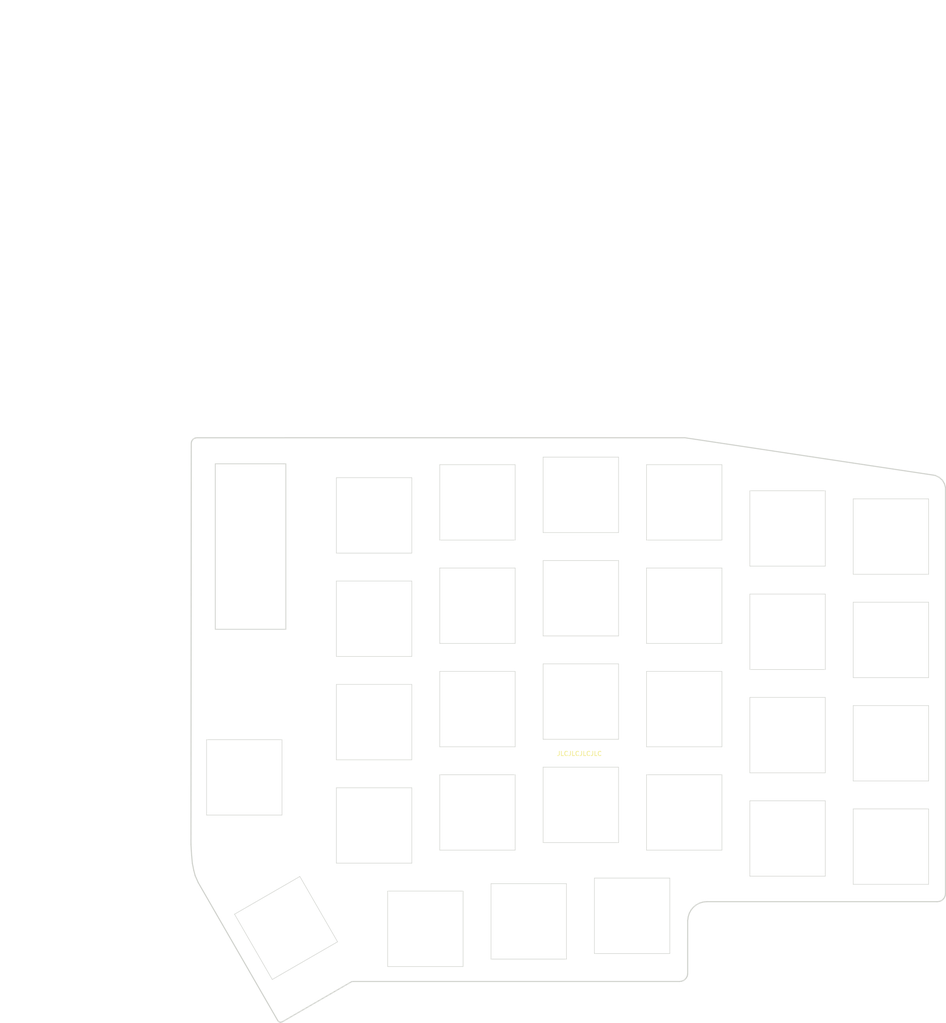
<source format=kicad_pcb>
(kicad_pcb (version 20221018) (generator pcbnew)
  (title_block (title "Lotus 58 Glow MX") (date "2020-12-12") (rev "0.95") (company "Markus Knutsson <markus.knutsson@tweety.se>") (comment 1 "https://github.com/TweetyDaBird") (comment 2 "Licensed under CERN-OHL-S v2 or any superseding version"))
  (layers (0 "F.Cu" signal) (31 "B.Cu" signal) (34 "B.Paste" user) (35 "F.Paste" user) (36 "B.SilkS" user "B.Silkscreen") (37 "F.SilkS" user "F.Silkscreen") (38 "B.Mask" user) (39 "F.Mask" user) (44 "Edge.Cuts" user))
  (net 0 "")
  (footprint "Keyboard_Plate:SW_MX_Plate_Placeholder_nodrill_NOBORDER_13,9" (layer "F.Cu") (at 133.45 47.6)
    (fp_text reference "SW2" hide)
    (fp_text value "SW_PUSH" hide)
    (fp_line (start -6.95 -6.95) (end -6.95 6.95) (stroke (width 0.1)) (layer "Edge.Cuts"))
    (fp_line (start -6.95 6.95) (end 6.95 6.95) (stroke (width 0.1)) (layer "Edge.Cuts"))
    (fp_line (start 6.95 -6.95) (end -6.95 -6.95) (stroke (width 0.1)) (layer "Edge.Cuts"))
    (fp_line (start 6.95 6.95) (end 6.95 -6.95) (stroke (width 0.1)) (layer "Edge.Cuts"))
  )
  (footprint "Keyboard_Plate:SW_MX_Plate_Placeholder_nodrill_NOBORDER_13,9" (layer "F.Cu") (at 152.5 46.21)
    (fp_text reference "SW3" hide)
    (fp_text value "SW_PUSH" hide)
    (fp_line (start -6.95 -6.95) (end -6.95 6.95) (stroke (width 0.1)) (layer "Edge.Cuts"))
    (fp_line (start -6.95 6.95) (end 6.95 6.95) (stroke (width 0.1)) (layer "Edge.Cuts"))
    (fp_line (start 6.95 -6.95) (end -6.95 -6.95) (stroke (width 0.1)) (layer "Edge.Cuts"))
    (fp_line (start 6.95 6.95) (end 6.95 -6.95) (stroke (width 0.1)) (layer "Edge.Cuts"))
  )
  (footprint "Keyboard_Plate:SW_MX_Plate_Placeholder_nodrill_NOBORDER_13,9" (layer "F.Cu") (at 171.55 47.6)
    (fp_text reference "SW4" hide)
    (fp_text value "SW_PUSH" hide)
    (fp_line (start -6.95 -6.95) (end -6.95 6.95) (stroke (width 0.1)) (layer "Edge.Cuts"))
    (fp_line (start -6.95 6.95) (end 6.95 6.95) (stroke (width 0.1)) (layer "Edge.Cuts"))
    (fp_line (start 6.95 -6.95) (end -6.95 -6.95) (stroke (width 0.1)) (layer "Edge.Cuts"))
    (fp_line (start 6.95 6.95) (end 6.95 -6.95) (stroke (width 0.1)) (layer "Edge.Cuts"))
  )
  (footprint "Keyboard_Plate:SW_MX_Plate_Placeholder_nodrill_NOBORDER_13,9" (layer "F.Cu") (at 209.65 53.9)
    (fp_text reference "SW6" hide)
    (fp_text value "SW_PUSH" hide)
    (fp_line (start -6.95 -6.95) (end -6.95 6.95) (stroke (width 0.1)) (layer "Edge.Cuts"))
    (fp_line (start -6.95 6.95) (end 6.95 6.95) (stroke (width 0.1)) (layer "Edge.Cuts"))
    (fp_line (start 6.95 -6.95) (end -6.95 -6.95) (stroke (width 0.1)) (layer "Edge.Cuts"))
    (fp_line (start 6.95 6.95) (end 6.95 -6.95) (stroke (width 0.1)) (layer "Edge.Cuts"))
  )
  (footprint "Keyboard_Plate:SW_MX_Plate_Placeholder_nodrill_NOBORDER_13,9" (layer "F.Cu") (at 114.4 69.05)
    (fp_text reference "SW7" hide)
    (fp_text value "SW_PUSH" hide)
    (fp_line (start -6.95 -6.95) (end -6.95 6.95) (stroke (width 0.1)) (layer "Edge.Cuts"))
    (fp_line (start -6.95 6.95) (end 6.95 6.95) (stroke (width 0.1)) (layer "Edge.Cuts"))
    (fp_line (start 6.95 -6.95) (end -6.95 -6.95) (stroke (width 0.1)) (layer "Edge.Cuts"))
    (fp_line (start 6.95 6.95) (end 6.95 -6.95) (stroke (width 0.1)) (layer "Edge.Cuts"))
  )
  (footprint "Keyboard_Plate:SW_MX_Plate_Placeholder_nodrill_NOBORDER_13,9" (layer "F.Cu") (at 152.5 65.26)
    (fp_text reference "SW9" hide)
    (fp_text value "SW_PUSH" hide)
    (fp_line (start -6.95 -6.95) (end -6.95 6.95) (stroke (width 0.1)) (layer "Edge.Cuts"))
    (fp_line (start -6.95 6.95) (end 6.95 6.95) (stroke (width 0.1)) (layer "Edge.Cuts"))
    (fp_line (start 6.95 -6.95) (end -6.95 -6.95) (stroke (width 0.1)) (layer "Edge.Cuts"))
    (fp_line (start 6.95 6.95) (end 6.95 -6.95) (stroke (width 0.1)) (layer "Edge.Cuts"))
  )
  (footprint "Keyboard_Plate:SW_MX_Plate_Placeholder_nodrill_NOBORDER_13,9" (layer "F.Cu") (at 171.55 66.65)
    (fp_text reference "SW10" hide)
    (fp_text value "SW_PUSH" hide)
    (fp_line (start -6.95 -6.95) (end -6.95 6.95) (stroke (width 0.1)) (layer "Edge.Cuts"))
    (fp_line (start -6.95 6.95) (end 6.95 6.95) (stroke (width 0.1)) (layer "Edge.Cuts"))
    (fp_line (start 6.95 -6.95) (end -6.95 -6.95) (stroke (width 0.1)) (layer "Edge.Cuts"))
    (fp_line (start 6.95 6.95) (end 6.95 -6.95) (stroke (width 0.1)) (layer "Edge.Cuts"))
  )
  (footprint "Keyboard_Plate:SW_MX_Plate_Placeholder_nodrill_NOBORDER_13,9" (layer "F.Cu") (at 190.6 71.45)
    (fp_text reference "SW11" hide)
    (fp_text value "SW_PUSH" hide)
    (fp_line (start -6.95 -6.95) (end -6.95 6.95) (stroke (width 0.1)) (layer "Edge.Cuts"))
    (fp_line (start -6.95 6.95) (end 6.95 6.95) (stroke (width 0.1)) (layer "Edge.Cuts"))
    (fp_line (start 6.95 -6.95) (end -6.95 -6.95) (stroke (width 0.1)) (layer "Edge.Cuts"))
    (fp_line (start 6.95 6.95) (end 6.95 -6.95) (stroke (width 0.1)) (layer "Edge.Cuts"))
  )
  (footprint "Keyboard_Plate:SW_MX_Plate_Placeholder_nodrill_NOBORDER_13,9" (layer "F.Cu") (at 209.65 72.95)
    (fp_text reference "SW12" hide)
    (fp_text value "SW_PUSH" hide)
    (fp_line (start -6.95 -6.95) (end -6.95 6.95) (stroke (width 0.1)) (layer "Edge.Cuts"))
    (fp_line (start -6.95 6.95) (end 6.95 6.95) (stroke (width 0.1)) (layer "Edge.Cuts"))
    (fp_line (start 6.95 -6.95) (end -6.95 -6.95) (stroke (width 0.1)) (layer "Edge.Cuts"))
    (fp_line (start 6.95 6.95) (end 6.95 -6.95) (stroke (width 0.1)) (layer "Edge.Cuts"))
  )
  (footprint "Keyboard_Plate:SW_MX_Plate_Placeholder_nodrill_NOBORDER_13,9" (layer "F.Cu") (at 114.4 88.1)
    (fp_text reference "SW13" hide)
    (fp_text value "SW_PUSH" hide)
    (fp_line (start -6.95 -6.95) (end -6.95 6.95) (stroke (width 0.1)) (layer "Edge.Cuts"))
    (fp_line (start -6.95 6.95) (end 6.95 6.95) (stroke (width 0.1)) (layer "Edge.Cuts"))
    (fp_line (start 6.95 -6.95) (end -6.95 -6.95) (stroke (width 0.1)) (layer "Edge.Cuts"))
    (fp_line (start 6.95 6.95) (end 6.95 -6.95) (stroke (width 0.1)) (layer "Edge.Cuts"))
  )
  (footprint "Keyboard_Plate:SW_MX_Plate_Placeholder_nodrill_NOBORDER_13,9" (layer "F.Cu") (at 133.45 85.7)
    (fp_text reference "SW14" hide)
    (fp_text value "SW_PUSH" hide)
    (fp_line (start -6.95 -6.95) (end -6.95 6.95) (stroke (width 0.1)) (layer "Edge.Cuts"))
    (fp_line (start -6.95 6.95) (end 6.95 6.95) (stroke (width 0.1)) (layer "Edge.Cuts"))
    (fp_line (start 6.95 -6.95) (end -6.95 -6.95) (stroke (width 0.1)) (layer "Edge.Cuts"))
    (fp_line (start 6.95 6.95) (end 6.95 -6.95) (stroke (width 0.1)) (layer "Edge.Cuts"))
  )
  (footprint "Keyboard_Plate:SW_MX_Plate_Placeholder_nodrill_NOBORDER_13,9" (layer "F.Cu") (at 152.5 84.31)
    (fp_text reference "SW15" hide)
    (fp_text value "SW_PUSH" hide)
    (fp_line (start -6.95 -6.95) (end -6.95 6.95) (stroke (width 0.1)) (layer "Edge.Cuts"))
    (fp_line (start -6.95 6.95) (end 6.95 6.95) (stroke (width 0.1)) (layer "Edge.Cuts"))
    (fp_line (start 6.95 -6.95) (end -6.95 -6.95) (stroke (width 0.1)) (layer "Edge.Cuts"))
    (fp_line (start 6.95 6.95) (end 6.95 -6.95) (stroke (width 0.1)) (layer "Edge.Cuts"))
  )
  (footprint "Keyboard_Plate:SW_MX_Plate_Placeholder_nodrill_NOBORDER_13,9" (layer "F.Cu") (at 190.6 90.5)
    (fp_text reference "SW17" hide)
    (fp_text value "SW_PUSH" hide)
    (fp_line (start -6.95 -6.95) (end -6.95 6.95) (stroke (width 0.1)) (layer "Edge.Cuts"))
    (fp_line (start -6.95 6.95) (end 6.95 6.95) (stroke (width 0.1)) (layer "Edge.Cuts"))
    (fp_line (start 6.95 -6.95) (end -6.95 -6.95) (stroke (width 0.1)) (layer "Edge.Cuts"))
    (fp_line (start 6.95 6.95) (end 6.95 -6.95) (stroke (width 0.1)) (layer "Edge.Cuts"))
  )
  (footprint "Keyboard_Plate:SW_MX_Plate_Placeholder_nodrill_NOBORDER_13,9" (layer "F.Cu") (at 209.65 92)
    (fp_text reference "SW18" hide)
    (fp_text value "SW_PUSH" hide)
    (fp_line (start -6.95 -6.95) (end -6.95 6.95) (stroke (width 0.1)) (layer "Edge.Cuts"))
    (fp_line (start -6.95 6.95) (end 6.95 6.95) (stroke (width 0.1)) (layer "Edge.Cuts"))
    (fp_line (start 6.95 -6.95) (end -6.95 -6.95) (stroke (width 0.1)) (layer "Edge.Cuts"))
    (fp_line (start 6.95 6.95) (end 6.95 -6.95) (stroke (width 0.1)) (layer "Edge.Cuts"))
  )
  (footprint "Keyboard_Plate:SW_MX_Plate_Placeholder_nodrill_NOBORDER_13,9" (layer "F.Cu") (at 114.4 107.15)
    (fp_text reference "SW19" hide)
    (fp_text value "SW_PUSH" hide)
    (fp_line (start -6.95 -6.95) (end -6.95 6.95) (stroke (width 0.1)) (layer "Edge.Cuts"))
    (fp_line (start -6.95 6.95) (end 6.95 6.95) (stroke (width 0.1)) (layer "Edge.Cuts"))
    (fp_line (start 6.95 -6.95) (end -6.95 -6.95) (stroke (width 0.1)) (layer "Edge.Cuts"))
    (fp_line (start 6.95 6.95) (end 6.95 -6.95) (stroke (width 0.1)) (layer "Edge.Cuts"))
  )
  (footprint "Keyboard_Plate:SW_MX_Plate_Placeholder_nodrill_NOBORDER_13,9" (layer "F.Cu") (at 133.45 104.75)
    (fp_text reference "SW20" hide)
    (fp_text value "SW_PUSH" hide)
    (fp_line (start -6.95 -6.95) (end -6.95 6.95) (stroke (width 0.1)) (layer "Edge.Cuts"))
    (fp_line (start -6.95 6.95) (end 6.95 6.95) (stroke (width 0.1)) (layer "Edge.Cuts"))
    (fp_line (start 6.95 -6.95) (end -6.95 -6.95) (stroke (width 0.1)) (layer "Edge.Cuts"))
    (fp_line (start 6.95 6.95) (end 6.95 -6.95) (stroke (width 0.1)) (layer "Edge.Cuts"))
  )
  (footprint "Keyboard_Plate:SW_MX_Plate_Placeholder_nodrill_NOBORDER_13,9" (layer "F.Cu") (at 152.5 103.36)
    (fp_text reference "SW21" hide)
    (fp_text value "SW_PUSH" hide)
    (fp_line (start -6.95 -6.95) (end -6.95 6.95) (stroke (width 0.1)) (layer "Edge.Cuts"))
    (fp_line (start -6.95 6.95) (end 6.95 6.95) (stroke (width 0.1)) (layer "Edge.Cuts"))
    (fp_line (start 6.95 -6.95) (end -6.95 -6.95) (stroke (width 0.1)) (layer "Edge.Cuts"))
    (fp_line (start 6.95 6.95) (end 6.95 -6.95) (stroke (width 0.1)) (layer "Edge.Cuts"))
  )
  (footprint "Keyboard_Plate:SW_MX_Plate_Placeholder_nodrill_NOBORDER_13,9" (layer "F.Cu") (at 171.55 104.75)
    (fp_text reference "SW22" hide)
    (fp_text value "SW_PUSH" hide)
    (fp_line (start -6.95 -6.95) (end -6.95 6.95) (stroke (width 0.1)) (layer "Edge.Cuts"))
    (fp_line (start -6.95 6.95) (end 6.95 6.95) (stroke (width 0.1)) (layer "Edge.Cuts"))
    (fp_line (start 6.95 -6.95) (end -6.95 -6.95) (stroke (width 0.1)) (layer "Edge.Cuts"))
    (fp_line (start 6.95 6.95) (end 6.95 -6.95) (stroke (width 0.1)) (layer "Edge.Cuts"))
  )
  (footprint "Keyboard_Plate:SW_MX_Plate_Placeholder_nodrill_NOBORDER_13,9" (layer "F.Cu") (at 190.6 109.55)
    (fp_text reference "SW23" hide)
    (fp_text value "SW_PUSH" hide)
    (fp_line (start -6.95 -6.95) (end -6.95 6.95) (stroke (width 0.1)) (layer "Edge.Cuts"))
    (fp_line (start -6.95 6.95) (end 6.95 6.95) (stroke (width 0.1)) (layer "Edge.Cuts"))
    (fp_line (start 6.95 -6.95) (end -6.95 -6.95) (stroke (width 0.1)) (layer "Edge.Cuts"))
    (fp_line (start 6.95 6.95) (end 6.95 -6.95) (stroke (width 0.1)) (layer "Edge.Cuts"))
  )
  (footprint "Keyboard_Plate:SW_MX_Plate_Placeholder_nodrill_NOBORDER_13,9" (layer "F.Cu") (at 123.85 126.2)
    (fp_text reference "SW27" hide)
    (fp_text value "SW_PUSH" hide)
    (fp_line (start -6.95 -6.95) (end -6.95 6.95) (stroke (width 0.1)) (layer "Edge.Cuts"))
    (fp_line (start -6.95 6.95) (end 6.95 6.95) (stroke (width 0.1)) (layer "Edge.Cuts"))
    (fp_line (start 6.95 -6.95) (end -6.95 -6.95) (stroke (width 0.1)) (layer "Edge.Cuts"))
    (fp_line (start 6.95 6.95) (end 6.95 -6.95) (stroke (width 0.1)) (layer "Edge.Cuts"))
  )
  (footprint "Keyboard_Plate:SW_MX_Plate_Placeholder_nodrill_NOBORDER_13,9" (layer "F.Cu") (at 142.8977 124.8283)
    (fp_text reference "SW28" hide)
    (fp_text value "SW_PUSH" hide)
    (fp_line (start -6.95 -6.95) (end -6.95 6.95) (stroke (width 0.1)) (layer "Edge.Cuts"))
    (fp_line (start -6.95 6.95) (end 6.95 6.95) (stroke (width 0.1)) (layer "Edge.Cuts"))
    (fp_line (start 6.95 -6.95) (end -6.95 -6.95) (stroke (width 0.1)) (layer "Edge.Cuts"))
    (fp_line (start 6.95 6.95) (end 6.95 -6.95) (stroke (width 0.1)) (layer "Edge.Cuts"))
  )
  (footprint "Keyboard_Plate:SW_MX_Plate_Placeholder_nodrill_NOBORDER_13,9" (layer "F.Cu") (at 161.95 123.8)
    (fp_text reference "SW29" hide)
    (fp_text value "SW_PUSH" hide)
    (fp_line (start -6.95 -6.95) (end -6.95 6.95) (stroke (width 0.1)) (layer "Edge.Cuts"))
    (fp_line (start -6.95 6.95) (end 6.95 6.95) (stroke (width 0.1)) (layer "Edge.Cuts"))
    (fp_line (start 6.95 -6.95) (end -6.95 -6.95) (stroke (width 0.1)) (layer "Edge.Cuts"))
    (fp_line (start 6.95 6.95) (end 6.95 -6.95) (stroke (width 0.1)) (layer "Edge.Cuts"))
  )
  (footprint "Keyboard_Plate:SW_MX_Plate_Placeholder_nodrill_NOBORDER_13,9" (layer "F.Cu") (at 114.4 50)
    (fp_text reference "SW1" hide)
    (fp_text value "SW_PUSH" hide)
    (fp_line (start -6.95 -6.95) (end -6.95 6.95) (stroke (width 0.1)) (layer "Edge.Cuts"))
    (fp_line (start -6.95 6.95) (end 6.95 6.95) (stroke (width 0.1)) (layer "Edge.Cuts"))
    (fp_line (start 6.95 -6.95) (end -6.95 -6.95) (stroke (width 0.1)) (layer "Edge.Cuts"))
    (fp_line (start 6.95 6.95) (end 6.95 -6.95) (stroke (width 0.1)) (layer "Edge.Cuts"))
  )
  (footprint "Keyboard_Plate:SW_MX_Plate_Placeholder_nodrill_NOBORDER_13,9" (layer "F.Cu") (at 90.4748 98.2853)
    (fp_text reference "SW25" hide)
    (fp_text value "SW_PUSH" hide)
    (fp_line (start -6.95 -6.95) (end -6.95 6.95) (stroke (width 0.1)) (layer "Edge.Cuts"))
    (fp_line (start -6.95 6.95) (end 6.95 6.95) (stroke (width 0.1)) (layer "Edge.Cuts"))
    (fp_line (start 6.95 -6.95) (end -6.95 -6.95) (stroke (width 0.1)) (layer "Edge.Cuts"))
    (fp_line (start 6.95 6.95) (end 6.95 -6.95) (stroke (width 0.1)) (layer "Edge.Cuts"))
  )
  (footprint "Keyboard_Plate:SW_MX_Plate_Placeholder_nodrill_NOBORDER_13,9" (layer "F.Cu") (at 209.65 111.05)
    (fp_text reference "SW24" hide)
    (fp_text value "SW_PUSH" hide)
    (fp_line (start -6.95 -6.95) (end -6.95 6.95) (stroke (width 0.1)) (layer "Edge.Cuts"))
    (fp_line (start -6.95 6.95) (end 6.95 6.95) (stroke (width 0.1)) (layer "Edge.Cuts"))
    (fp_line (start 6.95 -6.95) (end -6.95 -6.95) (stroke (width 0.1)) (layer "Edge.Cuts"))
    (fp_line (start 6.95 6.95) (end 6.95 -6.95) (stroke (width 0.1)) (layer "Edge.Cuts"))
  )
  (footprint "Keyboard_Plate:SW_MX_Plate_Placeholder_nodrill_NOBORDER_13,9" (layer "F.Cu") (at 98.171 126.0475 -60)
    (fp_text reference "SW26" hide)
    (fp_text value "SW_PUSH" hide)
    (fp_line (start -6.95 -6.95) (end -6.95 6.95) (stroke (width 0.1)) (layer "Edge.Cuts"))
    (fp_line (start -6.95 6.95) (end 6.95 6.95) (stroke (width 0.1)) (layer "Edge.Cuts"))
    (fp_line (start 6.95 -6.95) (end -6.95 -6.95) (stroke (width 0.1)) (layer "Edge.Cuts"))
    (fp_line (start 6.95 6.95) (end 6.95 -6.95) (stroke (width 0.1)) (layer "Edge.Cuts"))
  )
  (footprint "Keyboard_Plate:SW_MX_Plate_Placeholder_nodrill_NOBORDER_13,9" (layer "F.Cu") (at 171.55 85.7)
    (fp_text reference "SW16" hide)
    (fp_text value "SW_PUSH" hide)
    (fp_line (start -6.95 -6.95) (end -6.95 6.95) (stroke (width 0.1)) (layer "Edge.Cuts"))
    (fp_line (start -6.95 6.95) (end 6.95 6.95) (stroke (width 0.1)) (layer "Edge.Cuts"))
    (fp_line (start 6.95 -6.95) (end -6.95 -6.95) (stroke (width 0.1)) (layer "Edge.Cuts"))
    (fp_line (start 6.95 6.95) (end 6.95 -6.95) (stroke (width 0.1)) (layer "Edge.Cuts"))
  )
  (footprint "Keyboard_Plate:SW_MX_Plate_Placeholder_nodrill_NOBORDER_13,9" (layer "F.Cu") (at 190.6 52.4)
    (fp_text reference "SW5" hide)
    (fp_text value "SW_PUSH" hide)
    (fp_line (start -6.95 -6.95) (end -6.95 6.95) (stroke (width 0.1)) (layer "Edge.Cuts"))
    (fp_line (start -6.95 6.95) (end 6.95 6.95) (stroke (width 0.1)) (layer "Edge.Cuts"))
    (fp_line (start 6.95 -6.95) (end -6.95 -6.95) (stroke (width 0.1)) (layer "Edge.Cuts"))
    (fp_line (start 6.95 6.95) (end 6.95 -6.95) (stroke (width 0.1)) (layer "Edge.Cuts"))
  )
  (footprint "Keyboard_Plate:SW_MX_Plate_Placeholder_nodrill_NOBORDER_13,9" (layer "F.Cu") (at 133.45 66.65)
    (fp_text reference "SW8" hide)
    (fp_text value "SW_PUSH" hide)
    (fp_line (start -6.95 -6.95) (end -6.95 6.95) (stroke (width 0.1)) (layer "Edge.Cuts"))
    (fp_line (start -6.95 6.95) (end 6.95 6.95) (stroke (width 0.1)) (layer "Edge.Cuts"))
    (fp_line (start 6.95 -6.95) (end -6.95 -6.95) (stroke (width 0.1)) (layer "Edge.Cuts"))
    (fp_line (start 6.95 6.95) (end 6.95 -6.95) (stroke (width 0.1)) (layer "Edge.Cuts"))
  )
  (footprint "MountingHole:MountingHole_2.7mm_M2.5" (layer "F.Cu") (at 124.32538 57.40908)
    (fp_text reference "REF**" hide)
    (fp_text value "MountingHole_2.7mm_M2.5" hide)
    (pad "" np_thru_hole circle (at 0 0) (size 2.7 2.7) (drill 2.7) (layers "*.Cu" "*.Mask"))
  )
  (footprint "MountingHole:MountingHole_2.7mm_M2.5" (layer "F.Cu") (at 199.7 100)
    (fp_text reference "REF**" hide)
    (fp_text value "MountingHole_2.7mm_M2.5")
    (pad "" np_thru_hole circle (at 0 0) (size 2.7 2.7) (drill 2.7) (layers "*.Cu" "*.Mask"))
  )
  (footprint "MountingHole:MountingHole_2.7mm_M2.5" (layer "F.Cu") (at 124.3965 95.5675)
    (fp_text reference "REF**" hide)
    (fp_text value "MountingHole_2.7mm_M2.5")
    (pad "" np_thru_hole circle (at 0 0) (size 2.7 2.7) (drill 2.7) (layers "*.Cu" "*.Mask"))
  )
  (footprint "MountingHole:MountingHole_2.7mm_M2.5" (layer "F.Cu") (at 98.8949 114.1095)
    (fp_text reference "REF**" hide)
    (fp_text value "MountingHole_2.7mm_M2.5")
    (pad "" np_thru_hole circle (at 0 0) (size 2.7 2.7) (drill 2.7) (layers "*.Cu" "*.Mask"))
  )
  (footprint "MountingHole:MountingHole_2.7mm_M2.5" (layer "F.Cu") (at 199.7 61.8)
    (fp_text reference "REF**" hide)
    (fp_text value "MountingHole_2.7mm_M2.5")
    (pad "" np_thru_hole circle (at 0 0) (size 2.7 2.7) (drill 2.7) (layers "*.Cu" "*.Mask"))
  )
  (gr_line (start 81.4197 116.3955) (end 81.9785 117.6655) (stroke (width 0.2)) (layer "Edge.Cuts"))
  (gr_line (start 219.50172 44.1452) (end 219.70492 44.8564) (stroke (width 0.2)) (layer "Edge.Cuts"))
  (gr_line (start 219.258732 120.757048) (end 219.03678 120.940136) (stroke (width 0.2)) (layer "Edge.Cuts"))
  (gr_line (start 219.03678 120.940136) (end 218.781972 121.078352) (stroke (width 0.2)) (layer "Edge.Cuts"))
  (gr_line (start 219.667372 119.998631) (end 219.580037 120.280287) (stroke (width 0.2)) (layer "Edge.Cuts"))
  (gr_line (start 219.580037 120.280287) (end 219.441821 120.535096) (stroke (width 0.2)) (layer "Edge.Cuts"))
  (gr_line (start 219.70492 119.6848) (end 219.667372 119.998631) (stroke (width 0.2)) (layer "Edge.Cuts"))
  (gr_line (start 219.441821 120.535096) (end 219.258732 120.757048) (stroke (width 0.2)) (layer "Edge.Cuts"))
  (gr_line (start 218.781972 121.078352) (end 218.500315 121.165688) (stroke (width 0.2)) (layer "Edge.Cuts"))
  (gr_line (start 218.500315 121.165688) (end 218.18092 121.19356) (stroke (width 0.2)) (layer "Edge.Cuts"))
  (gr_line (start 172.075297 134.989392) (end 171.937081 135.244201) (stroke (width 0.2)) (layer "Edge.Cuts"))
  (gr_line (start 80.7003 36.7444) (end 80.722283 36.528775) (stroke (width 0.2)) (layer "Edge.Cuts"))
  (gr_line (start 80.722283 36.528775) (end 80.783417 36.331615) (stroke (width 0.2)) (layer "Edge.Cuts"))
  (gr_line (start 81.342063 35.77297) (end 81.539222 35.711835) (stroke (width 0.2)) (layer "Edge.Cuts"))
  (gr_line (start 81.539222 35.711835) (end 81.7544 35.6903) (stroke (width 0.2)) (layer "Edge.Cuts"))
  (gr_line (start 80.880169 36.153249) (end 81.00833 35.997883) (stroke (width 0.2)) (layer "Edge.Cuts"))
  (gr_line (start 80.783417 36.331615) (end 80.880169 36.153249) (stroke (width 0.2)) (layer "Edge.Cuts"))
  (gr_line (start 81.00833 35.997883) (end 81.163697 35.869721) (stroke (width 0.2)) (layer "Edge.Cuts"))
  (gr_line (start 81.163697 35.869721) (end 81.342063 35.77297) (stroke (width 0.2)) (layer "Edge.Cuts"))
  (gr_line (start 80.772 112.649) (end 80.899 114.1095) (stroke (width 0.2)) (layer "Edge.Cuts"))
  (gr_line (start 80.7085 111.8235) (end 80.772 112.649) (stroke (width 0.2)) (layer "Edge.Cuts"))
  (gr_line (start 171.704 35.687) (end 81.7544 35.6903) (stroke (width 0.2)) (layer "Edge.Cuts"))
  (gr_line (start 172.494174 123.330573) (end 172.816678 122.73602) (stroke (width 0.2)) (layer "Edge.Cuts"))
  (gr_line (start 174.356326 121.468421) (end 175.013524 121.264638) (stroke (width 0.2)) (layer "Edge.Cuts"))
  (gr_line (start 85.13 70.99) (end 85.13 40.49) (stroke (width 0.15)) (layer "Edge.Cuts"))
  (gr_line (start 97.119252 143.413974) (end 97.268206 143.404468) (stroke (width 0.2)) (layer "Edge.Cuts"))
  (gr_line (start 96.629837 143.08815) (end 96.735295 143.222884) (stroke (width 0.2)) (layer "Edge.Cuts"))
  (gr_line (start 98.13 70.99) (end 85.13 70.99) (stroke (width 0.15)) (layer "Edge.Cuts"))
  (gr_line (start 171.753993 135.466153) (end 171.53204 135.649242) (stroke (width 0.2)) (layer "Edge.Cuts"))
  (gr_line (start 80.645 110.617) (end 80.7003 36.7444) (stroke (width 0.2)) (layer "Edge.Cuts"))
  (gr_line (start 98.13 40.49) (end 98.13 70.99) (stroke (width 0.15)) (layer "Edge.Cuts"))
  (gr_line (start 85.13 40.49) (end 98.13 40.49) (stroke (width 0.15)) (layer "Edge.Cuts"))
  (gr_line (start 96.852328 143.322532) (end 96.98047 143.386445) (stroke (width 0.2)) (layer "Edge.Cuts"))
  (gr_line (start 80.899 114.1095) (end 81.153 115.3795) (stroke (width 0.2)) (layer "Edge.Cuts"))
  (gr_line (start 175.719348 121.193595) (end 218.18092 121.19356) (stroke (width 0.2)) (layer "Edge.Cuts"))
  (gr_line (start 172.290391 123.987771) (end 172.494174 123.330573) (stroke (width 0.2)) (layer "Edge.Cuts"))
  (gr_line (start 97.594758 143.271756) (end 110.31982 135.90524) (stroke (width 0.2)) (layer "Edge.Cuts"))
  (gr_line (start 173.243884 122.218131) (end 173.761773 121.790925) (stroke (width 0.2)) (layer "Edge.Cuts"))
  (gr_line (start 217.79552 42.621355) (end 171.704 35.687) (stroke (width 0.2)) (layer "Edge.Cuts"))
  (gr_line (start 170.995576 135.874793) (end 170.69308 135.90524) (stroke (width 0.2)) (layer "Edge.Cuts"))
  (gr_line (start 173.761773 121.790925) (end 174.356326 121.468421) (stroke (width 0.2)) (layer "Edge.Cuts"))
  (gr_line (start 110.31982 135.90524) (end 170.69308 135.90524) (stroke (width 0.2)) (layer "Edge.Cuts"))
  (gr_line (start 171.277232 135.787458) (end 170.995576 135.874793) (stroke (width 0.2)) (layer "Edge.Cuts"))
  (gr_line (start 171.937081 135.244201) (end 171.753993 135.466153) (stroke (width 0.2)) (layer "Edge.Cuts"))
  (gr_line (start 172.19422 124.69622) (end 172.19308 134.427634) (stroke (width 0.2)) (layer "Edge.Cuts"))
  (gr_line (start 96.98047 143.386445) (end 97.119252 143.413974) (stroke (width 0.2)) (layer "Edge.Cuts"))
  (gr_line (start 81.9785 117.6655) (end 96.629837 143.08815) (stroke (width 0.2)) (layer "Edge.Cuts"))
  (gr_line (start 81.153 115.3795) (end 81.4197 116.3955) (stroke (width 0.2)) (layer "Edge.Cuts"))
  (gr_line (start 175.013524 121.264638) (end 175.719348 121.193595) (stroke (width 0.2)) (layer "Edge.Cuts"))
  (gr_line (start 96.735295 143.222884) (end 96.852328 143.322532) (stroke (width 0.2)) (layer "Edge.Cuts"))
  (gr_line (start 219.13342 43.5102) (end 219.50172 44.1452) (stroke (width 0.2)) (layer "Edge.Cuts"))
  (gr_line (start 171.53204 135.649242) (end 171.277232 135.787458) (stroke (width 0.2)) (layer "Edge.Cuts"))
  (gr_line (start 172.816678 122.73602) (end 173.243884 122.218131) (stroke (width 0.2)) (layer "Edge.Cuts"))
  (gr_line (start 218.511891 42.96639) (end 217.79552 42.621355) (stroke (width 0.2)) (layer "Edge.Cuts"))
  (gr_line (start 219.13342 43.5102) (end 218.511891 42.96639) (stroke (width 0.2)) (layer "Edge.Cuts"))
  (gr_line (start 172.19422 124.69622) (end 172.290391 123.987771) (stroke (width 0.2)) (layer "Edge.Cuts"))
  (gr_line (start 172.162633 134.707736) (end 172.075297 134.989392) (stroke (width 0.2)) (layer "Edge.Cuts"))
  (gr_line (start 172.19308 134.427634) (end 172.162633 134.707736) (stroke (width 0.2)) (layer "Edge.Cuts"))
  (gr_line (start 97.426864 143.357278) (end 97.594758 143.271756) (stroke (width 0.2)) (layer "Edge.Cuts"))
  (gr_line (start 219.70492 44.8564) (end 219.70492 119.6848) (stroke (width 0.2)) (layer "Edge.Cuts"))
  (gr_line (start 97.268206 143.404468) (end 97.426864 143.357278) (stroke (width 0.2)) (layer "Edge.Cuts"))
  (gr_line (start 80.645 110.617) (end 80.7085 111.8235) (stroke (width 0.2)) (layer "Edge.Cuts"))
  (gr_text "JLCJLCJLCJLC" (at 152.23 93.91) (layer "F.SilkS") (effects (font (size 0.8 0.8))))
)
</source>
